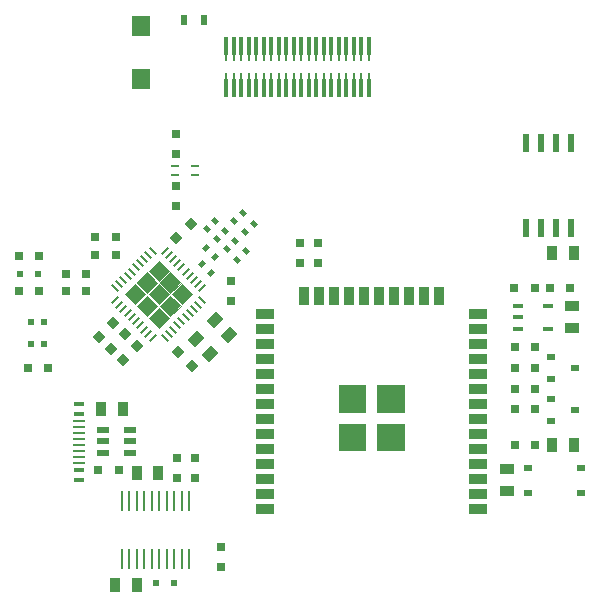
<source format=gbr>
%TF.GenerationSoftware,KiCad,Pcbnew,7.0.7*%
%TF.CreationDate,2024-01-21T18:01:16-05:00*%
%TF.ProjectId,Forerunner-Cubic-Mainboard,466f7265-7275-46e6-9e65-722d43756269,rev?*%
%TF.SameCoordinates,Original*%
%TF.FileFunction,Paste,Top*%
%TF.FilePolarity,Positive*%
%FSLAX46Y46*%
G04 Gerber Fmt 4.6, Leading zero omitted, Abs format (unit mm)*
G04 Created by KiCad (PCBNEW 7.0.7) date 2024-01-21 18:01:16*
%MOMM*%
%LPD*%
G01*
G04 APERTURE LIST*
G04 Aperture macros list*
%AMRoundRect*
0 Rectangle with rounded corners*
0 $1 Rounding radius*
0 $2 $3 $4 $5 $6 $7 $8 $9 X,Y pos of 4 corners*
0 Add a 4 corners polygon primitive as box body*
4,1,4,$2,$3,$4,$5,$6,$7,$8,$9,$2,$3,0*
0 Add four circle primitives for the rounded corners*
1,1,$1+$1,$2,$3*
1,1,$1+$1,$4,$5*
1,1,$1+$1,$6,$7*
1,1,$1+$1,$8,$9*
0 Add four rect primitives between the rounded corners*
20,1,$1+$1,$2,$3,$4,$5,0*
20,1,$1+$1,$4,$5,$6,$7,0*
20,1,$1+$1,$6,$7,$8,$9,0*
20,1,$1+$1,$8,$9,$2,$3,0*%
%AMRotRect*
0 Rectangle, with rotation*
0 The origin of the aperture is its center*
0 $1 length*
0 $2 width*
0 $3 Rotation angle, in degrees counterclockwise*
0 Add horizontal line*
21,1,$1,$2,0,0,$3*%
%AMFreePoly0*
4,1,13,0.080902,1.258779,0.100000,1.200000,0.100000,0.800000,0.200000,0.800000,0.200000,-0.800000,-0.200000,-0.800000,-0.200000,0.800000,-0.100000,0.800000,-0.100000,1.200000,-0.080902,1.258779,-0.030902,1.295106,0.030902,1.295106,0.080902,1.258779,0.080902,1.258779,$1*%
%AMFreePoly1*
4,1,13,0.200000,-0.800000,0.100000,-0.800000,0.100000,-1.200000,0.080902,-1.258779,0.030902,-1.295106,-0.030902,-1.295106,-0.080902,-1.258779,-0.100000,-1.200000,-0.100000,-0.800000,-0.200000,-0.800000,-0.200000,0.800000,0.200000,0.800000,0.200000,-0.800000,0.200000,-0.800000,$1*%
G04 Aperture macros list end*
%ADD10C,0.100000*%
%ADD11C,0.120000*%
%ADD12R,0.900000X0.400000*%
%ADD13R,0.750000X0.800000*%
%ADD14R,0.562000X0.890000*%
%ADD15R,0.800000X0.500000*%
%ADD16RotRect,0.400000X0.500000X45.000000*%
%ADD17R,0.214000X1.770000*%
%ADD18R,0.800000X0.750000*%
%ADD19R,1.600000X1.800000*%
%ADD20RotRect,1.100000X0.850000X45.000000*%
%ADD21R,0.950000X0.400000*%
%ADD22R,1.050000X0.200000*%
%ADD23R,0.850000X1.200000*%
%ADD24R,0.600000X0.600000*%
%ADD25RotRect,0.400000X0.500000X315.000000*%
%ADD26RotRect,0.203200X0.762000X225.000000*%
%ADD27RotRect,0.203200X0.762000X135.000000*%
%ADD28R,0.700000X0.600000*%
%ADD29R,0.500000X1.600000*%
%ADD30R,1.200000X0.850000*%
%ADD31RotRect,0.750000X0.800000X45.000000*%
%ADD32R,0.700000X0.200000*%
%ADD33R,0.500000X0.500000*%
%ADD34R,1.500000X0.900000*%
%ADD35R,0.900000X1.500000*%
%ADD36RotRect,0.750000X0.800000X225.000000*%
%ADD37FreePoly0,0.000000*%
%ADD38FreePoly1,0.000000*%
%ADD39RoundRect,0.000000X-0.500000X-0.200000X0.500000X-0.200000X0.500000X0.200000X-0.500000X0.200000X0*%
%ADD40RotRect,0.750000X0.800000X315.000000*%
G04 APERTURE END LIST*
%TO.C,U6*%
D10*
X14108381Y23750397D02*
X13250000Y22892016D01*
X12391619Y23750397D01*
X13250000Y24608778D01*
X14108381Y23750397D01*
G36*
X14108381Y23750397D02*
G01*
X13250000Y22892016D01*
X12391619Y23750397D01*
X13250000Y24608778D01*
X14108381Y23750397D01*
G37*
X15108183Y24750198D02*
X14249802Y23891817D01*
X13391421Y24750198D01*
X14249802Y25608579D01*
X15108183Y24750198D01*
G36*
X15108183Y24750198D02*
G01*
X14249802Y23891817D01*
X13391421Y24750198D01*
X14249802Y25608579D01*
X15108183Y24750198D01*
G37*
X16107984Y25750000D02*
X15249603Y24891619D01*
X14391222Y25750000D01*
X15249603Y26608381D01*
X16107984Y25750000D01*
G36*
X16107984Y25750000D02*
G01*
X15249603Y24891619D01*
X14391222Y25750000D01*
X15249603Y26608381D01*
X16107984Y25750000D01*
G37*
X13108579Y24750198D02*
X12250198Y23891817D01*
X11391817Y24750198D01*
X12250198Y25608579D01*
X13108579Y24750198D01*
G36*
X13108579Y24750198D02*
G01*
X12250198Y23891817D01*
X11391817Y24750198D01*
X12250198Y25608579D01*
X13108579Y24750198D01*
G37*
X14108381Y25750000D02*
X13250000Y24891619D01*
X12391619Y25750000D01*
X13250000Y26608381D01*
X14108381Y25750000D01*
G36*
X14108381Y25750000D02*
G01*
X13250000Y24891619D01*
X12391619Y25750000D01*
X13250000Y26608381D01*
X14108381Y25750000D01*
G37*
X15108183Y26749802D02*
X14249802Y25891421D01*
X13391421Y26749802D01*
X14249802Y27608183D01*
X15108183Y26749802D01*
G36*
X15108183Y26749802D02*
G01*
X14249802Y25891421D01*
X13391421Y26749802D01*
X14249802Y27608183D01*
X15108183Y26749802D01*
G37*
X12108778Y25750000D02*
X11250397Y24891619D01*
X10392016Y25750000D01*
X11250397Y26608381D01*
X12108778Y25750000D01*
G36*
X12108778Y25750000D02*
G01*
X11250397Y24891619D01*
X10392016Y25750000D01*
X11250397Y26608381D01*
X12108778Y25750000D01*
G37*
X13108579Y26749802D02*
X12250198Y25891421D01*
X11391817Y26749802D01*
X12250198Y27608183D01*
X13108579Y26749802D01*
G36*
X13108579Y26749802D02*
G01*
X12250198Y25891421D01*
X11391817Y26749802D01*
X12250198Y27608183D01*
X13108579Y26749802D01*
G37*
X14108381Y27749603D02*
X13250000Y26891222D01*
X12391619Y27749603D01*
X13250000Y28607984D01*
X14108381Y27749603D01*
G36*
X14108381Y27749603D02*
G01*
X13250000Y26891222D01*
X12391619Y27749603D01*
X13250000Y28607984D01*
X14108381Y27749603D01*
G37*
D11*
%TO.C,U1*%
X34000000Y12540000D02*
X31750000Y12540000D01*
X31750000Y12540000D02*
X31750000Y14790000D01*
X31750000Y14790000D02*
X34000000Y14790000D01*
X34000000Y14790000D02*
X34000000Y12540000D01*
G36*
X34000000Y12540000D02*
G01*
X31750000Y12540000D01*
X31750000Y14790000D01*
X34000000Y14790000D01*
X34000000Y12540000D01*
G37*
X31750000Y15790000D02*
X34000000Y15790000D01*
X34000000Y15790000D02*
X34000000Y18040000D01*
X34000000Y18040000D02*
X31750000Y18040000D01*
X31750000Y18040000D02*
X31750000Y15790000D01*
G36*
X31750000Y15790000D02*
G01*
X34000000Y15790000D01*
X34000000Y18040000D01*
X31750000Y18040000D01*
X31750000Y15790000D01*
G37*
X30750000Y12540000D02*
X28500000Y12540000D01*
X28500000Y12540000D02*
X28500000Y14790000D01*
X28500000Y14790000D02*
X30750000Y14790000D01*
X30750000Y14790000D02*
X30750000Y12540000D01*
G36*
X30750000Y12540000D02*
G01*
X28500000Y12540000D01*
X28500000Y14790000D01*
X30750000Y14790000D01*
X30750000Y12540000D01*
G37*
X28500000Y18040000D02*
X30750000Y18040000D01*
X30750000Y18040000D02*
X30750000Y15790000D01*
X30750000Y15790000D02*
X28500000Y15790000D01*
X28500000Y15790000D02*
X28500000Y18040000D01*
G36*
X28500000Y18040000D02*
G01*
X30750000Y18040000D01*
X30750000Y15790000D01*
X28500000Y15790000D01*
X28500000Y18040000D01*
G37*
%TD*%
D12*
%TO.C,U8*%
X43700000Y24750000D03*
X43700000Y23800000D03*
X43700000Y22850000D03*
X46250000Y22850000D03*
X46250000Y24750000D03*
%TD*%
D13*
%TO.C,C20*%
X7900000Y29100000D03*
X9600000Y29100000D03*
%TD*%
D14*
%TO.C,F2*%
X15400000Y49000000D03*
X17100000Y49000000D03*
%TD*%
D15*
%TO.C,SW1*%
X49000000Y8925000D03*
X44500000Y8925000D03*
X49000000Y11075000D03*
X44500000Y11075000D03*
%TD*%
D13*
%TO.C,R21*%
X7100000Y27500000D03*
X5400000Y27500000D03*
%TD*%
D16*
%TO.C,R27*%
X19046447Y29546447D03*
X19753553Y30253553D03*
%TD*%
D17*
%TO.C,U5*%
X10142500Y3330000D03*
X10777500Y3330000D03*
X11412500Y3330000D03*
X12047500Y3330000D03*
X12682500Y3330000D03*
X13317500Y3330000D03*
X13952500Y3330000D03*
X14587500Y3330000D03*
X15222500Y3330000D03*
X15857500Y3330000D03*
X15857500Y8270000D03*
X15222500Y8270000D03*
X14587500Y8270000D03*
X13952500Y8270000D03*
X13317500Y8270000D03*
X12682500Y8270000D03*
X12047500Y8270000D03*
X11412500Y8270000D03*
X10777500Y8270000D03*
X10142500Y8270000D03*
%TD*%
D13*
%TO.C,R22*%
X7100000Y26000000D03*
X5400000Y26000000D03*
%TD*%
D18*
%TO.C,D8*%
X14700000Y39300000D03*
X14700000Y37600000D03*
%TD*%
%TO.C,R17*%
X14800000Y11900000D03*
X14800000Y10200000D03*
%TD*%
D19*
%TO.C,L2*%
X11750000Y48500000D03*
X11750000Y44000000D03*
%TD*%
D13*
%TO.C,R7*%
X45100000Y21250000D03*
X43400000Y21250000D03*
%TD*%
D20*
%TO.C,X1*%
X17605546Y20718109D03*
X19231891Y22344454D03*
X17994454Y23581891D03*
X16368109Y21955546D03*
%TD*%
D13*
%TO.C,C22*%
X7900000Y30600000D03*
X9600000Y30600000D03*
%TD*%
D18*
%TO.C,R9*%
X25250000Y30100000D03*
X25250000Y28400000D03*
%TD*%
D21*
%TO.C,J1*%
X6500000Y16450000D03*
X6500000Y15650000D03*
D22*
X6500000Y14500000D03*
X6500000Y13500000D03*
X6500000Y13000000D03*
X6500000Y12000000D03*
D21*
X6500000Y10850000D03*
X6500000Y10050000D03*
D22*
X6500000Y11500000D03*
X6500000Y12500000D03*
X6500000Y14000000D03*
X6500000Y15000000D03*
%TD*%
D23*
%TO.C,C13*%
X9575000Y1100000D03*
X11425000Y1100000D03*
%TD*%
D24*
%TO.C,D6*%
X13050000Y1300000D03*
X14550000Y1300000D03*
%TD*%
D13*
%TO.C,R6*%
X45100000Y13000000D03*
X43400000Y13000000D03*
%TD*%
D16*
%TO.C,R28*%
X18196447Y30396447D03*
X18903553Y31103553D03*
%TD*%
D13*
%TO.C,R11*%
X43400000Y17750000D03*
X45100000Y17750000D03*
%TD*%
%TO.C,D2*%
X9850000Y10900000D03*
X8150000Y10900000D03*
%TD*%
D25*
%TO.C,R24*%
X17296447Y29653553D03*
X18003553Y28946447D03*
%TD*%
D18*
%TO.C,C25*%
X19400000Y26850000D03*
X19400000Y25150000D03*
%TD*%
D24*
%TO.C,D7*%
X1500000Y27500000D03*
X3000000Y27500000D03*
%TD*%
D13*
%TO.C,R31*%
X45075000Y26300000D03*
X43375000Y26300000D03*
%TD*%
D26*
%TO.C,U6*%
X13760389Y22057629D03*
X14113944Y22411184D03*
X14467496Y22764737D03*
X14821049Y23118289D03*
X15174603Y23471843D03*
X15528157Y23825397D03*
X15881711Y24178951D03*
X16235263Y24532504D03*
X16588816Y24886056D03*
X16942371Y25239611D03*
D27*
X16942371Y26260389D03*
X16588816Y26613944D03*
X16235263Y26967496D03*
X15881711Y27321049D03*
X15528157Y27674603D03*
X15174603Y28028157D03*
X14821049Y28381711D03*
X14467496Y28735263D03*
X14113944Y29088816D03*
X13760389Y29442371D03*
D26*
X12739611Y29442371D03*
X12386056Y29088816D03*
X12032504Y28735263D03*
X11678951Y28381711D03*
X11325397Y28028157D03*
X10971843Y27674603D03*
X10618289Y27321049D03*
X10264737Y26967496D03*
X9911184Y26613944D03*
X9557629Y26260389D03*
D27*
X9557629Y25239611D03*
X9911184Y24886056D03*
X10264737Y24532504D03*
X10618289Y24178951D03*
X10971843Y23825397D03*
X11325397Y23471843D03*
X11678951Y23118289D03*
X12032504Y22764737D03*
X12386056Y22411184D03*
X12739611Y22057629D03*
%TD*%
D28*
%TO.C,Q3*%
X46500000Y16900000D03*
X46500000Y15000000D03*
X48500000Y15950000D03*
%TD*%
D29*
%TO.C,U7*%
X48155000Y38603300D03*
X46885000Y38603300D03*
X45615000Y38603300D03*
X44345000Y38603300D03*
X44345000Y31396700D03*
X45615000Y31396700D03*
X46885000Y31396700D03*
X48155000Y31396700D03*
%TD*%
D30*
%TO.C,C2*%
X42750000Y10925000D03*
X42750000Y9075000D03*
%TD*%
D18*
%TO.C,R8*%
X26750000Y30100000D03*
X26750000Y28400000D03*
%TD*%
D23*
%TO.C,C9*%
X10225000Y16000000D03*
X8375000Y16000000D03*
%TD*%
D31*
%TO.C,C19*%
X9197918Y21147918D03*
X10400000Y22350000D03*
%TD*%
D16*
%TO.C,R26*%
X19896447Y28696447D03*
X20603553Y29403553D03*
%TD*%
D13*
%TO.C,R20*%
X1400000Y26000000D03*
X3100000Y26000000D03*
%TD*%
D32*
%TO.C,L1*%
X16350000Y35850000D03*
X14650000Y35850000D03*
X14650000Y36650000D03*
X16350000Y36650000D03*
%TD*%
D18*
%TO.C,D9*%
X14700000Y33200000D03*
X14700000Y34900000D03*
%TD*%
D16*
%TO.C,R29*%
X17346447Y31246447D03*
X18053553Y31953553D03*
%TD*%
D31*
%TO.C,C18*%
X8197918Y22147918D03*
X9400000Y23350000D03*
%TD*%
D33*
%TO.C,D1*%
X3550000Y23415000D03*
X2450000Y23415000D03*
X2450000Y21585000D03*
X3550000Y21585000D03*
%TD*%
D34*
%TO.C,U1*%
X40250000Y7590000D03*
X40250000Y8860000D03*
X40250000Y10130000D03*
X40250000Y11400000D03*
X40250000Y12670000D03*
X40250000Y13940000D03*
X40250000Y15210000D03*
X40250000Y16480000D03*
X40250000Y17750000D03*
X40250000Y19020000D03*
X40250000Y20290000D03*
X40250000Y21560000D03*
X40250000Y22830000D03*
X40250000Y24100000D03*
D35*
X36965000Y25590000D03*
X35695000Y25590000D03*
X34425000Y25590000D03*
X33155000Y25590000D03*
X31885000Y25590000D03*
X30615000Y25590000D03*
X29345000Y25590000D03*
X28075000Y25590000D03*
X26805000Y25590000D03*
X25535000Y25590000D03*
D34*
X22250000Y24100000D03*
X22250000Y22830000D03*
X22250000Y21560000D03*
X22250000Y20290000D03*
X22250000Y19020000D03*
X22250000Y17750000D03*
X22250000Y16480000D03*
X22250000Y15210000D03*
X22250000Y13940000D03*
X22250000Y12670000D03*
X22250000Y11400000D03*
X22250000Y10130000D03*
X22250000Y8860000D03*
X22250000Y7590000D03*
%TD*%
D16*
%TO.C,C26*%
X20596447Y30996447D03*
X21303553Y31703553D03*
%TD*%
D36*
%TO.C,C23*%
X15951041Y31701041D03*
X14748959Y30498959D03*
%TD*%
D13*
%TO.C,R32*%
X48075000Y26300000D03*
X46375000Y26300000D03*
%TD*%
D23*
%TO.C,C12*%
X13225000Y10600000D03*
X11375000Y10600000D03*
%TD*%
D37*
%TO.C,J4*%
X31032500Y43200000D03*
D38*
X31032500Y46800000D03*
D37*
X30397500Y43200000D03*
D38*
X30397500Y46800000D03*
D37*
X29762500Y43200000D03*
D38*
X29762500Y46800000D03*
D37*
X29127500Y43200000D03*
D38*
X29127500Y46800000D03*
D37*
X28492500Y43200000D03*
D38*
X28492500Y46800000D03*
D37*
X27857500Y43200000D03*
D38*
X27857500Y46800000D03*
D37*
X27222500Y43200000D03*
D38*
X27222500Y46800000D03*
D37*
X26587500Y43200000D03*
D38*
X26587500Y46800000D03*
D37*
X25952500Y43200000D03*
D38*
X25952500Y46800000D03*
D37*
X25317500Y43200000D03*
D38*
X25317500Y46800000D03*
D37*
X24682500Y43200000D03*
D38*
X24682500Y46800000D03*
D37*
X24047500Y43200000D03*
D38*
X24047500Y46800000D03*
D37*
X23412500Y43200000D03*
D38*
X23412500Y46800000D03*
D37*
X22777500Y43200000D03*
D38*
X22777500Y46800000D03*
D37*
X22142500Y43200000D03*
D38*
X22142500Y46800000D03*
D37*
X21507500Y43200000D03*
D38*
X21507500Y46800000D03*
D37*
X20872500Y43200000D03*
D38*
X20872500Y46800000D03*
D37*
X20237500Y43200000D03*
D38*
X20237500Y46800000D03*
D37*
X19602500Y43200000D03*
D38*
X19602500Y46800000D03*
D37*
X18967500Y43200000D03*
D38*
X18967500Y46800000D03*
%TD*%
D18*
%TO.C,R16*%
X16300000Y11900000D03*
X16300000Y10200000D03*
%TD*%
D23*
%TO.C,C30*%
X46575000Y29250000D03*
X48425000Y29250000D03*
%TD*%
D25*
%TO.C,R25*%
X16946447Y28303553D03*
X17653553Y27596447D03*
%TD*%
D39*
%TO.C,D3*%
X8525000Y14250000D03*
X8525000Y13300000D03*
X8525000Y12350000D03*
X10825000Y12350000D03*
X10825000Y13300000D03*
X10825000Y14250000D03*
%TD*%
D18*
%TO.C,R18*%
X18500000Y4350000D03*
X18500000Y2650000D03*
%TD*%
D36*
%TO.C,R23*%
X11401041Y21351041D03*
X10198959Y20148959D03*
%TD*%
D13*
%TO.C,R12*%
X43400000Y16000000D03*
X45100000Y16000000D03*
%TD*%
D30*
%TO.C,C31*%
X48225000Y24725000D03*
X48225000Y22875000D03*
%TD*%
D13*
%TO.C,R1*%
X3850000Y19500000D03*
X2150000Y19500000D03*
%TD*%
D23*
%TO.C,C1*%
X46575000Y13000000D03*
X48425000Y13000000D03*
%TD*%
D13*
%TO.C,R19*%
X3100000Y29000000D03*
X1400000Y29000000D03*
%TD*%
D16*
%TO.C,C27*%
X19646447Y31946447D03*
X20353553Y32653553D03*
%TD*%
D13*
%TO.C,R10*%
X43400000Y19500000D03*
X45100000Y19500000D03*
%TD*%
D28*
%TO.C,Q2*%
X46500000Y20450000D03*
X46500000Y18550000D03*
X48500000Y19500000D03*
%TD*%
D40*
%TO.C,C24*%
X14898959Y20851041D03*
X16101041Y19648959D03*
%TD*%
M02*

</source>
